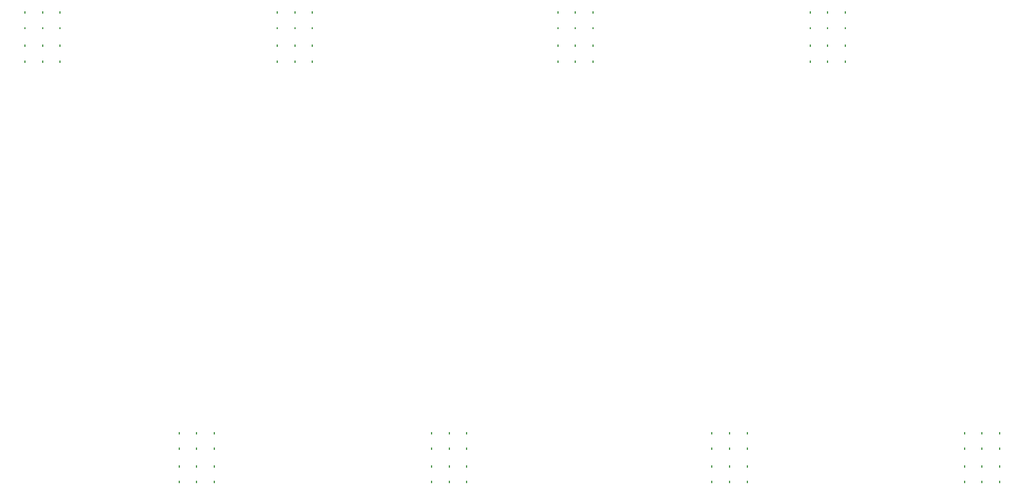
<source format=gbr>
%TF.GenerationSoftware,Altium Limited,Altium Designer,25.8.1 (18)*%
G04 Layer_Color=128*
%FSLAX45Y45*%
%MOMM*%
%TF.SameCoordinates,304ADD41-B96C-4BE1-A440-764D1465AFBB*%
%TF.FilePolarity,Positive*%
%TF.FileFunction,Paste,Bot*%
%TF.Part,Single*%
G01*
G75*
%TA.AperFunction,SMDPad,CuDef*%
%ADD86R,0.15000X0.15000*%
D86*
X-6450000Y3357500D02*
D03*
X-4750001Y-3357500D02*
D03*
X-2850000Y3357500D02*
D03*
X-1150000Y-3357500D02*
D03*
X1150000Y3357500D02*
D03*
X2850001Y-3357499D02*
D03*
X4750000Y3357500D02*
D03*
X6450001Y-3357499D02*
D03*
X-6700000Y3357500D02*
D03*
X-4500001Y-3357500D02*
D03*
X-3100000Y3357500D02*
D03*
X-900000Y-3357500D02*
D03*
X900000Y3357500D02*
D03*
X3100001Y-3357499D02*
D03*
X4500000Y3357500D02*
D03*
X6700001Y-3357499D02*
D03*
X-6950000Y3357500D02*
D03*
X-4250001Y-3357500D02*
D03*
X-3350000Y3357500D02*
D03*
X-650000Y-3357500D02*
D03*
X650000Y3357500D02*
D03*
X3350001Y-3357499D02*
D03*
X4250000Y3357500D02*
D03*
X6950001Y-3357499D02*
D03*
X-6450000Y2642500D02*
D03*
X-4750001Y-2642500D02*
D03*
X-2850000Y2642500D02*
D03*
X-1150000Y-2642500D02*
D03*
X1150000Y2642500D02*
D03*
X2850001Y-2642499D02*
D03*
X4750000Y2642500D02*
D03*
X6450001Y-2642499D02*
D03*
X-6700000Y2642500D02*
D03*
X-4500001Y-2642500D02*
D03*
X-3100000Y2642500D02*
D03*
X-900000Y-2642500D02*
D03*
X900000Y2642500D02*
D03*
X3100001Y-2642499D02*
D03*
X4500000Y2642500D02*
D03*
X6700001Y-2642499D02*
D03*
X-6950000Y2642500D02*
D03*
X-4250001Y-2642500D02*
D03*
X-3350000Y2642500D02*
D03*
X-650000Y-2642499D02*
D03*
X650000Y2642500D02*
D03*
X3350001Y-2642499D02*
D03*
X4250000Y2642500D02*
D03*
X6950001Y-2642499D02*
D03*
X6950001Y-2657499D02*
D03*
X4250000Y2657500D02*
D03*
X3350001Y-2657499D02*
D03*
X650000Y2657500D02*
D03*
X-650000Y-2657500D02*
D03*
X-3350000Y2657500D02*
D03*
X-4250001Y-2657500D02*
D03*
X-6950000Y2657500D02*
D03*
X6450001Y-3117499D02*
D03*
X6450001Y-3132499D02*
D03*
X4750000Y3117500D02*
D03*
Y3132500D02*
D03*
X2850001Y-3117499D02*
D03*
Y-3132499D02*
D03*
X1150000Y3117500D02*
D03*
Y3132500D02*
D03*
X-1150000Y-3117499D02*
D03*
Y-3132500D02*
D03*
X-2850000Y3117500D02*
D03*
Y3132500D02*
D03*
X-4750001Y-3117500D02*
D03*
X-4750001Y-3132500D02*
D03*
X-6450000Y3117500D02*
D03*
Y3132500D02*
D03*
X6700001Y-2657499D02*
D03*
X4500000Y2657500D02*
D03*
X3100001Y-2657499D02*
D03*
X900000Y2657500D02*
D03*
X-900000Y-2657500D02*
D03*
X-3100000Y2657500D02*
D03*
X-4500001Y-2657500D02*
D03*
X-6700000Y2657500D02*
D03*
X6700001Y-3117499D02*
D03*
X6700001Y-3132499D02*
D03*
X4500000Y3117500D02*
D03*
Y3132500D02*
D03*
X3100001Y-3117499D02*
D03*
X3100001Y-3132499D02*
D03*
X900000Y3117500D02*
D03*
Y3132500D02*
D03*
X-900000Y-3117500D02*
D03*
Y-3132500D02*
D03*
X-3100000Y3117500D02*
D03*
Y3132500D02*
D03*
X-4500001Y-3117500D02*
D03*
Y-3132500D02*
D03*
X-6700000Y3117500D02*
D03*
Y3132500D02*
D03*
X6450001Y-2657499D02*
D03*
X4750000Y2657500D02*
D03*
X2850001Y-2657499D02*
D03*
X1150000Y2657500D02*
D03*
X-1150000Y-2657500D02*
D03*
X-2850000Y2657500D02*
D03*
X-4750001Y-2657500D02*
D03*
X-6450000Y2657500D02*
D03*
X6950001Y-3117498D02*
D03*
Y-3132499D02*
D03*
X4250000Y3117500D02*
D03*
Y3132500D02*
D03*
X3350001Y-3117499D02*
D03*
Y-3132499D02*
D03*
X650000Y3117500D02*
D03*
Y3132500D02*
D03*
X-650000Y-3117500D02*
D03*
X-650000Y-3132500D02*
D03*
X-3350000Y3117500D02*
D03*
Y3132500D02*
D03*
X-4250001Y-3117500D02*
D03*
Y-3132500D02*
D03*
X-6950000Y3117500D02*
D03*
Y3132500D02*
D03*
X6950001Y-3342498D02*
D03*
X4250000Y3342500D02*
D03*
X3350001Y-3342498D02*
D03*
X650000Y3342500D02*
D03*
X-650000Y-3342499D02*
D03*
X-3350000Y3342500D02*
D03*
X-4250001Y-3342500D02*
D03*
X-6950000Y3342500D02*
D03*
X6950001Y-2882499D02*
D03*
X6950001Y-2867498D02*
D03*
X4250000Y2882500D02*
D03*
Y2867500D02*
D03*
X3350001Y-2882499D02*
D03*
Y-2867499D02*
D03*
X650000Y2882500D02*
D03*
Y2867500D02*
D03*
X-650000Y-2882500D02*
D03*
X-650000Y-2867499D02*
D03*
X-3350000Y2882500D02*
D03*
Y2867500D02*
D03*
X-4250001Y-2882500D02*
D03*
Y-2867499D02*
D03*
X-6950000Y2882500D02*
D03*
Y2867500D02*
D03*
X6700001Y-3342498D02*
D03*
X4500000Y3342500D02*
D03*
X3100001Y-3342499D02*
D03*
X900000Y3342500D02*
D03*
X-900000Y-3342499D02*
D03*
X-3100000Y3342500D02*
D03*
X-4500001Y-3342500D02*
D03*
X-6700000Y3342500D02*
D03*
X6700001Y-2882499D02*
D03*
X6700001Y-2867498D02*
D03*
X4500000Y2882500D02*
D03*
Y2867500D02*
D03*
X3100001Y-2882499D02*
D03*
X3100001Y-2867499D02*
D03*
X900000Y2882500D02*
D03*
Y2867500D02*
D03*
X-900000Y-2882500D02*
D03*
Y-2867499D02*
D03*
X-3100000Y2882500D02*
D03*
Y2867500D02*
D03*
X-4500001Y-2882500D02*
D03*
Y-2867499D02*
D03*
X-6700000Y2882500D02*
D03*
Y2867500D02*
D03*
X6450001Y-3342498D02*
D03*
X4750000Y3342500D02*
D03*
X2850001Y-3342499D02*
D03*
X1150000Y3342500D02*
D03*
X-1150000Y-3342499D02*
D03*
X-2850000Y3342500D02*
D03*
X-4750001Y-3342499D02*
D03*
X-6450000Y3342500D02*
D03*
X6450001Y-2882499D02*
D03*
X6450001Y-2867498D02*
D03*
X4750000Y2882500D02*
D03*
Y2867500D02*
D03*
X2850001Y-2882499D02*
D03*
Y-2867499D02*
D03*
X1150000Y2882500D02*
D03*
Y2867500D02*
D03*
X-1150000Y-2882500D02*
D03*
Y-2867499D02*
D03*
X-2850000Y2882500D02*
D03*
Y2867500D02*
D03*
X-4750001Y-2882500D02*
D03*
X-4750001Y-2867499D02*
D03*
X-6450000Y2882500D02*
D03*
Y2867500D02*
D03*
%TF.MD5,04492872138fd61ade2c7d1db4d727e3*%
M02*

</source>
